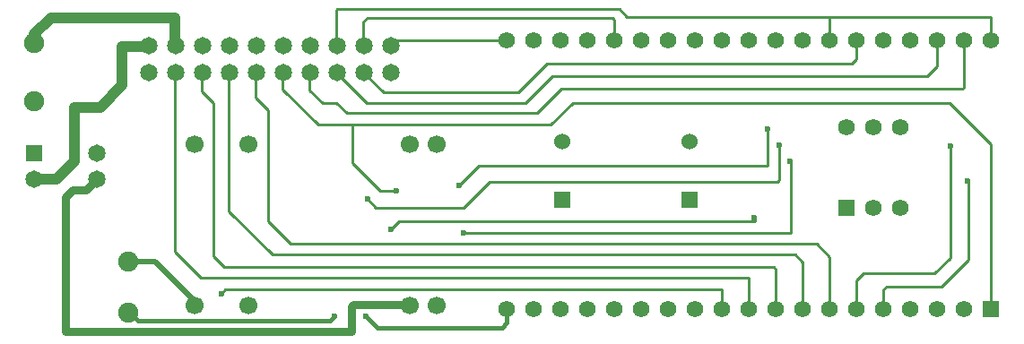
<source format=gbr>
%TF.GenerationSoftware,KiCad,Pcbnew,9.0.0*%
%TF.CreationDate,2025-11-28T03:58:55-07:00*%
%TF.ProjectId,ESP-Board,4553502d-426f-4617-9264-2e6b69636164,rev?*%
%TF.SameCoordinates,Original*%
%TF.FileFunction,Copper,L1,Top*%
%TF.FilePolarity,Positive*%
%FSLAX46Y46*%
G04 Gerber Fmt 4.6, Leading zero omitted, Abs format (unit mm)*
G04 Created by KiCad (PCBNEW 9.0.0) date 2025-11-28 03:58:55*
%MOMM*%
%LPD*%
G01*
G04 APERTURE LIST*
%TA.AperFunction,ComponentPad*%
%ADD10R,1.580000X1.580000*%
%TD*%
%TA.AperFunction,ComponentPad*%
%ADD11C,1.580000*%
%TD*%
%TA.AperFunction,ComponentPad*%
%ADD12R,1.524000X1.524000*%
%TD*%
%TA.AperFunction,ComponentPad*%
%ADD13C,1.524000*%
%TD*%
%TA.AperFunction,ComponentPad*%
%ADD14R,1.650000X1.650000*%
%TD*%
%TA.AperFunction,ComponentPad*%
%ADD15C,1.650000*%
%TD*%
%TA.AperFunction,ComponentPad*%
%ADD16C,1.900000*%
%TD*%
%TA.AperFunction,ComponentPad*%
%ADD17C,1.700000*%
%TD*%
%TA.AperFunction,ComponentPad*%
%ADD18C,1.651000*%
%TD*%
%TA.AperFunction,ComponentPad*%
%ADD19R,1.560000X1.560000*%
%TD*%
%TA.AperFunction,ComponentPad*%
%ADD20C,1.560000*%
%TD*%
%TA.AperFunction,ViaPad*%
%ADD21C,0.600000*%
%TD*%
%TA.AperFunction,Conductor*%
%ADD22C,0.254000*%
%TD*%
%TA.AperFunction,Conductor*%
%ADD23C,0.200000*%
%TD*%
%TA.AperFunction,Conductor*%
%ADD24C,0.450000*%
%TD*%
%TA.AperFunction,Conductor*%
%ADD25C,0.750000*%
%TD*%
%TA.AperFunction,Conductor*%
%ADD26C,1.000000*%
%TD*%
%TA.AperFunction,Conductor*%
%ADD27C,0.500000*%
%TD*%
G04 APERTURE END LIST*
D10*
%TO.P,S1,1A*%
%TO.N,+3.3V*%
X174945000Y-92057500D03*
D11*
%TO.P,S1,1B*%
%TO.N,GPIO_14*%
X174945000Y-84437500D03*
%TO.P,S1,2A*%
%TO.N,+3.3V*%
X177485000Y-92057500D03*
%TO.P,S1,2B*%
%TO.N,GPIO_18*%
X177485000Y-84437500D03*
%TO.P,S1,3A*%
%TO.N,+3.3V*%
X180025000Y-92057500D03*
%TO.P,S1,3B*%
%TO.N,GPIO_19*%
X180025000Y-84437500D03*
%TD*%
D12*
%TO.P,C1,1*%
%TO.N,+VIN*%
X148074919Y-91353665D03*
D13*
%TO.P,C1,2*%
%TO.N,-Vin*%
X148074919Y-85841865D03*
%TD*%
D12*
%TO.P,C2,1*%
%TO.N,+VIN*%
X160074919Y-91353665D03*
D13*
%TO.P,C2,2*%
%TO.N,-Vin*%
X160074919Y-85841865D03*
%TD*%
D14*
%TO.P,S2,1*%
%TO.N,+24V*%
X98200000Y-86871400D03*
D15*
%TO.P,S2,2*%
%TO.N,+VIN*%
X98200000Y-89371400D03*
%TO.P,S2,3*%
%TO.N,+24V*%
X104100000Y-86871400D03*
%TO.P,S2,4*%
%TO.N,+VIN*%
X104100000Y-89371400D03*
%TD*%
D16*
%TO.P,RF1,1*%
%TO.N,+VIN-dc*%
X98250000Y-76530000D03*
%TO.P,RF1,2*%
%TO.N,+VIN*%
X98250000Y-82041800D03*
%TD*%
D17*
%TO.P,PS1,2,-VIN*%
%TO.N,-Vin*%
X136195000Y-86095000D03*
%TO.P,PS1,3,-VIN__1*%
%TO.N,unconnected-(PS1--VIN__1-Pad3)*%
X133655000Y-86095000D03*
%TO.P,PS1,9,NC*%
%TO.N,unconnected-(PS1-NC-Pad9)*%
X118415000Y-86095000D03*
%TO.P,PS1,11,NC1*%
%TO.N,unconnected-(PS1-NC1-Pad11)*%
X113335000Y-86095000D03*
%TO.P,PS1,14,+VOUT*%
%TO.N,/ESP-Board/+VOUT*%
X113335000Y-101335000D03*
%TO.P,PS1,16,-VOUT*%
%TO.N,ESP_GND2*%
X118415000Y-101335000D03*
%TO.P,PS1,22,+VIN*%
%TO.N,+VIN*%
X133655000Y-101335000D03*
%TO.P,PS1,23,+VIN__1*%
%TO.N,unconnected-(PS1-+VIN__1-Pad23)*%
X136195000Y-101335000D03*
%TD*%
D16*
%TO.P,RF2,1*%
%TO.N,/ESP-Board/+VOUT*%
X107111066Y-97191250D03*
%TO.P,RF2,2*%
%TO.N,+VOUT_esp_signal*%
X107136066Y-101941250D03*
%TD*%
D18*
%TO.P,J7,1,1*%
%TO.N,GPIO_27*%
X109040000Y-79262500D03*
%TO.P,J7,2,2*%
%TO.N,GPIO_26*%
X111580000Y-79262500D03*
%TO.P,J7,3,3*%
%TO.N,GPIO_25*%
X114120000Y-79262500D03*
%TO.P,J7,4,4*%
%TO.N,GPIO_33*%
X116660000Y-79262500D03*
%TO.P,J7,5,5*%
%TO.N,GPIO_32*%
X119200000Y-79262500D03*
%TO.P,J7,6,6*%
%TO.N,+3.3V*%
X121740000Y-79262500D03*
%TO.P,J7,7,7*%
%TO.N,GPIO_23*%
X124280000Y-79262500D03*
%TO.P,J7,8,8*%
%TO.N,GPIO_22*%
X126820000Y-79262500D03*
%TO.P,J7,9,9*%
%TO.N,GPIO_21*%
X129360000Y-79262500D03*
%TO.P,J7,10,10*%
%TO.N,-Vin*%
X131900000Y-79262500D03*
%TO.P,J7,11,11*%
%TO.N,+VIN*%
X109040000Y-76722500D03*
%TO.P,J7,12,12*%
%TO.N,+VIN-dc*%
X111580000Y-76722500D03*
%TO.P,J7,13,13*%
%TO.N,+VOUT_esp_signal*%
X114120000Y-76722500D03*
%TO.P,J7,14,14*%
%TO.N,GPIO_ANAG_34*%
X116660000Y-76722500D03*
%TO.P,J7,15,15*%
%TO.N,unconnected-(J7-Pad15)*%
X119200000Y-76722500D03*
%TO.P,J7,16,16*%
%TO.N,GPIO_ANAG_35*%
X121740000Y-76722500D03*
%TO.P,J7,17,17*%
%TO.N,GPIO_13*%
X124280000Y-76722500D03*
%TO.P,J7,18,18*%
%TO.N,ESP_GND2*%
X126820000Y-76722500D03*
%TO.P,J7,19,19*%
%TO.N,GPIO_2*%
X129360000Y-76722500D03*
%TO.P,J7,20,20*%
%TO.N,CLK*%
X131900000Y-76722500D03*
%TD*%
D19*
%TO.P,U1,J2-1,3V3*%
%TO.N,+3.3V*%
X188595000Y-101635000D03*
D20*
%TO.P,U1,J2-2,EN*%
%TO.N,unconnected-(U1-EN-PadJ2-2)*%
X186055000Y-101635000D03*
%TO.P,U1,J2-3,SENSOR_VP*%
%TO.N,unconnected-(U1-SENSOR_VP-PadJ2-3)*%
X183515000Y-101635000D03*
%TO.P,U1,J2-4,SENSOR_VN*%
%TO.N,unconnected-(U1-SENSOR_VN-PadJ2-4)*%
X180975000Y-101635000D03*
%TO.P,U1,J2-5,IO34*%
%TO.N,GPIO_ANAG_34*%
X178435000Y-101635000D03*
%TO.P,U1,J2-6,IO35*%
%TO.N,GPIO_ANAG_35*%
X175895000Y-101635000D03*
%TO.P,U1,J2-7,IO32*%
%TO.N,GPIO_32*%
X173355000Y-101635000D03*
%TO.P,U1,J2-8,IO33*%
%TO.N,GPIO_33*%
X170815000Y-101635000D03*
%TO.P,U1,J2-9,IO25*%
%TO.N,GPIO_25*%
X168275000Y-101635000D03*
%TO.P,U1,J2-10,IO26*%
%TO.N,GPIO_26*%
X165735000Y-101635000D03*
%TO.P,U1,J2-11,IO27*%
%TO.N,GPIO_27*%
X163195000Y-101635000D03*
%TO.P,U1,J2-12,IO14*%
%TO.N,GPIO_14*%
X160655000Y-101635000D03*
%TO.P,U1,J2-13,IO12*%
%TO.N,unconnected-(U1-IO12-PadJ2-13)*%
X158115000Y-101635000D03*
%TO.P,U1,J2-14,GND1*%
%TO.N,ESP_GND2*%
X155575000Y-101635000D03*
%TO.P,U1,J2-15,IO13*%
%TO.N,GPIO_13*%
X153035000Y-101635000D03*
%TO.P,U1,J2-16,SD2*%
%TO.N,unconnected-(U1-SD2-PadJ2-16)*%
X150495000Y-101635000D03*
%TO.P,U1,J2-17,SD3*%
%TO.N,unconnected-(U1-SD3-PadJ2-17)*%
X147955000Y-101635000D03*
%TO.P,U1,J2-18,CMD*%
%TO.N,unconnected-(U1-CMD-PadJ2-18)*%
X145415000Y-101635000D03*
%TO.P,U1,J2-19,EXT_5V*%
%TO.N,+VOUT_esp_signal*%
X142875000Y-101635000D03*
%TO.P,U1,J3-1,GND3*%
%TO.N,ESP_GND2*%
X188595000Y-76235000D03*
%TO.P,U1,J3-2,IO23*%
%TO.N,GPIO_23*%
X186055000Y-76235000D03*
%TO.P,U1,J3-3,IO22*%
%TO.N,GPIO_22*%
X183515000Y-76235000D03*
%TO.P,U1,J3-4,TXD0*%
%TO.N,unconnected-(U1-TXD0-PadJ3-4)*%
X180975000Y-76235000D03*
%TO.P,U1,J3-5,RXD0*%
%TO.N,unconnected-(U1-RXD0-PadJ3-5)*%
X178435000Y-76235000D03*
%TO.P,U1,J3-6,IO21*%
%TO.N,GPIO_21*%
X175895000Y-76235000D03*
%TO.P,U1,J3-7,GND2*%
%TO.N,ESP_GND2*%
X173355000Y-76235000D03*
%TO.P,U1,J3-8,IO19*%
%TO.N,GPIO_19*%
X170815000Y-76235000D03*
%TO.P,U1,J3-9,IO18*%
%TO.N,GPIO_18*%
X168275000Y-76235000D03*
%TO.P,U1,J3-10,IO5*%
%TO.N,GPIO_5*%
X165735000Y-76235000D03*
%TO.P,U1,J3-11,IO17*%
%TO.N,GPIO_17*%
X163195000Y-76235000D03*
%TO.P,U1,J3-12,IO16*%
%TO.N,GPIO_16*%
X160655000Y-76235000D03*
%TO.P,U1,J3-13,IO4*%
%TO.N,GPIO_4*%
X158115000Y-76235000D03*
%TO.P,U1,J3-14,IO0*%
%TO.N,unconnected-(U1-IO0-PadJ3-14)*%
X155575000Y-76235000D03*
%TO.P,U1,J3-15,IO2*%
%TO.N,GPIO_2*%
X153035000Y-76235000D03*
%TO.P,U1,J3-16,IO15*%
%TO.N,unconnected-(U1-IO15-PadJ3-16)*%
X150495000Y-76235000D03*
%TO.P,U1,J3-17,SD1*%
%TO.N,unconnected-(U1-SD1-PadJ3-17)*%
X147955000Y-76235000D03*
%TO.P,U1,J3-18,SD0*%
%TO.N,unconnected-(U1-SD0-PadJ3-18)*%
X145415000Y-76235000D03*
%TO.P,U1,J3-19,CLK*%
%TO.N,CLK*%
X142875000Y-76235000D03*
%TD*%
D21*
%TO.N,+VIN*%
X131285000Y-101235000D03*
%TO.N,+3.3V*%
X132435000Y-90435000D03*
%TO.N,GPIO_ANAG_34*%
X186385000Y-89535000D03*
%TO.N,+VOUT_esp_signal*%
X126590000Y-102320000D03*
X129530000Y-102330000D03*
%TO.N,GPIO_ANAG_35*%
X184735000Y-86235000D03*
%TO.N,GPIO_27*%
X115875000Y-100175000D03*
%TO.N,GPIO_5*%
X169585000Y-87685000D03*
X138755485Y-94414515D03*
%TO.N,GPIO_17*%
X168535000Y-86135000D03*
X129685000Y-91235000D03*
%TO.N,GPIO_16*%
X138335000Y-89985000D03*
X167435000Y-84635000D03*
%TO.N,GPIO_4*%
X131935000Y-94085000D03*
X166235000Y-93035000D03*
%TD*%
D22*
%TO.N,ESP_GND2*%
X126780000Y-73390000D02*
X126780000Y-76722500D01*
X126860000Y-73310000D02*
X126780000Y-73390000D01*
X153460000Y-73310000D02*
X126860000Y-73310000D01*
X173380000Y-74040000D02*
X154190000Y-74040000D01*
X154190000Y-74040000D02*
X153460000Y-73310000D01*
D23*
X173355000Y-74065000D02*
X173380000Y-74040000D01*
D22*
X173355000Y-76235000D02*
X173355000Y-74065000D01*
X188595000Y-74040000D02*
X188595000Y-76235000D01*
X173380000Y-74040000D02*
X188595000Y-74040000D01*
D24*
%TO.N,+VOUT_esp_signal*%
X108014816Y-102720000D02*
X107236066Y-101941250D01*
X126190000Y-102720000D02*
X108014816Y-102720000D01*
X126590000Y-102320000D02*
X126190000Y-102720000D01*
X142875000Y-102945000D02*
X142875000Y-101635000D01*
X130635000Y-103435000D02*
X142385000Y-103435000D01*
X142385000Y-103435000D02*
X142875000Y-102945000D01*
X129530000Y-102330000D02*
X130635000Y-103435000D01*
D25*
%TO.N,+VIN*%
X103110900Y-90360500D02*
X104100000Y-89371400D01*
X101160000Y-91060500D02*
X101860000Y-90360500D01*
X101860000Y-90360500D02*
X103110900Y-90360500D01*
X101194500Y-103794000D02*
X101160000Y-103759500D01*
X128160000Y-103794000D02*
X101194500Y-103794000D01*
X128160000Y-101420000D02*
X128160000Y-103794000D01*
X128345000Y-101235000D02*
X128160000Y-101420000D01*
X131285000Y-101235000D02*
X128345000Y-101235000D01*
X101160000Y-103759500D02*
X101160000Y-91060500D01*
D26*
X100349100Y-89371400D02*
X98200000Y-89371400D01*
X106535000Y-80485000D02*
X104460000Y-82560000D01*
X102060000Y-82560000D02*
X102060000Y-87660500D01*
X102060000Y-87660500D02*
X100349100Y-89371400D01*
X106535000Y-76835000D02*
X106535000Y-80485000D01*
X108887500Y-76835000D02*
X106535000Y-76835000D01*
X109000000Y-76722500D02*
X108887500Y-76835000D01*
X104460000Y-82560000D02*
X102060000Y-82560000D01*
%TO.N,+VIN-dc*%
X98250000Y-75620000D02*
X98250000Y-76530000D01*
D25*
%TO.N,+VIN*%
X131285000Y-101235000D02*
X133975000Y-101235000D01*
D22*
%TO.N,GPIO_2*%
X153035000Y-76235000D02*
X153035000Y-74335000D01*
X129320000Y-74450000D02*
X129320000Y-76722500D01*
X153035000Y-74335000D02*
X152785000Y-74085000D01*
X152785000Y-74085000D02*
X129685000Y-74085000D01*
X152635000Y-75847500D02*
X152635000Y-75835000D01*
X129685000Y-74085000D02*
X129320000Y-74450000D01*
%TO.N,CLK*%
X142875000Y-76235000D02*
X132347500Y-76235000D01*
X131860000Y-76722500D02*
X131872500Y-76735000D01*
X132347500Y-76235000D02*
X131860000Y-76722500D01*
X142462500Y-75835000D02*
X142475000Y-75847500D01*
%TO.N,GPIO_22*%
X129320000Y-81802500D02*
X126780000Y-79262500D01*
X183515000Y-76235000D02*
X183515000Y-78705000D01*
X129635000Y-82185000D02*
X129320000Y-81870000D01*
X147157500Y-79662500D02*
X144635000Y-82185000D01*
X183515000Y-78705000D02*
X182557500Y-79662500D01*
X182557500Y-79662500D02*
X147157500Y-79662500D01*
X144635000Y-82185000D02*
X129635000Y-82185000D01*
X129320000Y-81870000D02*
X129320000Y-81802500D01*
%TO.N,+3.3V*%
X128285000Y-84235000D02*
X146985000Y-84235000D01*
X146985000Y-84235000D02*
X149085000Y-82135000D01*
X149085000Y-82135000D02*
X184672500Y-82135000D01*
X128285000Y-84235000D02*
X125035000Y-84235000D01*
X188595000Y-86057500D02*
X188595000Y-101635000D01*
X121700000Y-80900000D02*
X121700000Y-79262500D01*
X184672500Y-82135000D02*
X188595000Y-86057500D01*
X132435000Y-90435000D02*
X130885000Y-90435000D01*
X128285000Y-87835000D02*
X128285000Y-84235000D01*
X130885000Y-90435000D02*
X128285000Y-87835000D01*
X125035000Y-84235000D02*
X121700000Y-80900000D01*
%TO.N,GPIO_23*%
X148035000Y-80785000D02*
X145685000Y-83135000D01*
X125440000Y-82180000D02*
X124240000Y-80980000D01*
X124240000Y-80980000D02*
X124240000Y-79262500D01*
X186055000Y-80665000D02*
X185935000Y-80785000D01*
X145685000Y-83135000D02*
X127735000Y-83135000D01*
X186055000Y-76235000D02*
X186055000Y-80665000D01*
X126780000Y-82180000D02*
X125440000Y-82180000D01*
X185935000Y-80785000D02*
X148035000Y-80785000D01*
X127735000Y-83135000D02*
X126780000Y-82180000D01*
%TO.N,GPIO_25*%
X168275000Y-97925000D02*
X168275000Y-101635000D01*
X115135000Y-82135000D02*
X115135000Y-96635000D01*
X115135000Y-96635000D02*
X116185000Y-97685000D01*
X168035000Y-97685000D02*
X168275000Y-97925000D01*
X116185000Y-97685000D02*
X168035000Y-97685000D01*
X114080000Y-81080000D02*
X115135000Y-82135000D01*
X114080000Y-79262500D02*
X114080000Y-81080000D01*
%TO.N,GPIO_21*%
X175895000Y-76235000D02*
X175895000Y-78025000D01*
X175435000Y-78485000D02*
X146635000Y-78485000D01*
X175895000Y-78025000D02*
X175435000Y-78485000D01*
X146635000Y-78485000D02*
X143935000Y-81185000D01*
X143935000Y-81185000D02*
X131242500Y-81185000D01*
X131242500Y-81185000D02*
X129320000Y-79262500D01*
D26*
%TO.N,+VIN-dc*%
X111535000Y-74085000D02*
X111540000Y-74090000D01*
X99785000Y-74085000D02*
X98250000Y-75620000D01*
X111540000Y-74090000D02*
X111540000Y-76722500D01*
X99785000Y-74085000D02*
X111535000Y-74085000D01*
D22*
%TO.N,GPIO_ANAG_34*%
X178735000Y-99485000D02*
X183935000Y-99485000D01*
X186435000Y-89585000D02*
X186385000Y-89535000D01*
X178735000Y-99485000D02*
X178435000Y-99785000D01*
X178435000Y-99785000D02*
X178435000Y-101635000D01*
X186435000Y-96985000D02*
X186435000Y-89585000D01*
X183935000Y-99485000D02*
X186435000Y-96985000D01*
%TO.N,GPIO_26*%
X111540000Y-79262500D02*
X111540000Y-96229596D01*
X113974919Y-98664515D02*
X165705485Y-98664515D01*
X165735000Y-98694030D02*
X165735000Y-101635000D01*
X165705485Y-98664515D02*
X165735000Y-98694030D01*
X111540000Y-96229596D02*
X113974919Y-98664515D01*
%TO.N,GPIO_33*%
X116620000Y-79262500D02*
X116620000Y-92382500D01*
X116620000Y-92382500D02*
X120752015Y-96514515D01*
X170114515Y-96514515D02*
X170815000Y-97215000D01*
X116110000Y-79772500D02*
X116620000Y-79262500D01*
X170815000Y-97215000D02*
X170815000Y-101635000D01*
X120752015Y-96514515D02*
X170114515Y-96514515D01*
%TO.N,GPIO_ANAG_35*%
X184735000Y-96785000D02*
X183235000Y-98285000D01*
X176535000Y-98285000D02*
X175895000Y-98925000D01*
X183235000Y-98285000D02*
X176535000Y-98285000D01*
X184735000Y-86235000D02*
X184735000Y-96785000D01*
X175895000Y-98925000D02*
X175895000Y-101635000D01*
%TO.N,GPIO_32*%
X119160000Y-79262500D02*
X119160000Y-81685000D01*
X120310000Y-93372500D02*
X122402015Y-95464515D01*
X173355000Y-96705000D02*
X173355000Y-101635000D01*
X119160000Y-81685000D02*
X120310000Y-82835000D01*
X172114515Y-95464515D02*
X173355000Y-96705000D01*
X122402015Y-95464515D02*
X172114515Y-95464515D01*
X120310000Y-82835000D02*
X120310000Y-93372500D01*
%TO.N,GPIO_27*%
X115875000Y-100175000D02*
X116285485Y-99764515D01*
X116285485Y-99764515D02*
X163135485Y-99764515D01*
X163135485Y-99764515D02*
X163195000Y-99824030D01*
X163195000Y-99824030D02*
X163195000Y-101635000D01*
%TO.N,GPIO_5*%
X169685000Y-87785000D02*
X169585000Y-87685000D01*
X138755485Y-94414515D02*
X169685000Y-94414515D01*
X169685000Y-94414515D02*
X169685000Y-87785000D01*
%TO.N,GPIO_17*%
X130485000Y-92035000D02*
X138785000Y-92035000D01*
X141235000Y-89585000D02*
X168435000Y-89585000D01*
X168535000Y-89485000D02*
X168535000Y-86135000D01*
X138785000Y-92035000D02*
X141235000Y-89585000D01*
X168435000Y-89585000D02*
X168535000Y-89485000D01*
X129685000Y-91235000D02*
X130485000Y-92035000D01*
%TO.N,GPIO_16*%
X167435000Y-84635000D02*
X167435000Y-88135000D01*
X167435000Y-88135000D02*
X140185000Y-88135000D01*
X140185000Y-88135000D02*
X138335000Y-89985000D01*
%TO.N,GPIO_4*%
X166285000Y-93085000D02*
X166235000Y-93035000D01*
X166285000Y-93314515D02*
X166285000Y-93085000D01*
X132705485Y-93314515D02*
X166285000Y-93314515D01*
X131935000Y-94085000D02*
X132705485Y-93314515D01*
D27*
%TO.N,/ESP-Board/+VOUT*%
X113755000Y-101335000D02*
X109611250Y-97191250D01*
X109611250Y-97191250D02*
X107211066Y-97191250D01*
%TD*%
M02*

</source>
